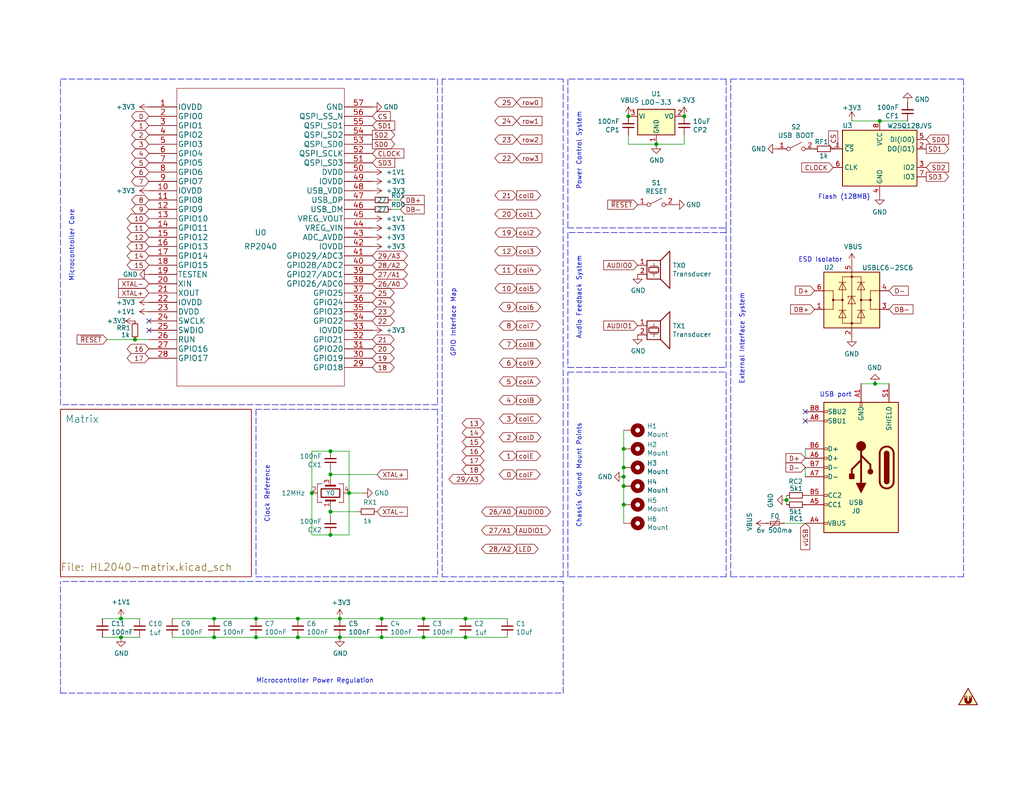
<source format=kicad_sch>
(kicad_sch (version 20211123) (generator eeschema)
  (paper "USLetter")
  (title_block (title "Hard Light") (date "2021-10-26") (rev "2040 Mark 1") (company "Everywhere Defense Industries") (comment 1 "RP2040 main core"))
  (lib_symbols
    (symbol "+3V3_1" (power) (pin_names (offset 0))
      (property "Value" "+3V3_1" (at 0 3.556 0))
      (symbol "+3V3_1_1_1"
        (pin power_in line (at 0 0 90) (length 0) hide (name "+3V3") (number "1"))
      )
    )
    (symbol "Device:C_Small" (pin_numbers hide) (pin_names (offset 0.254) hide)
      (property "Reference" "C" (at 0.254 1.778 0))
      (property "Value" "Device_C_Small" (at 0.254 -2.032 0))
      (symbol "C_Small_1_1"
        (pin passive line (at 0 2.54 270) (length 2.032) (name "~") (number "1"))
        (pin passive line (at 0 -2.54 90) (length 2.032) (name "~") (number "2"))
      )
    )
    (symbol "Device:Crystal_GND24" (pin_names (offset 1.016) hide)
      (property "Reference" "Y" (at 3.175 5.08 0))
      (property "Value" "Crystal_GND24" (at 3.175 3.175 0))
      (symbol "Crystal_GND24_1_1"
        (pin passive line (at -3.81 0 0) (length 1.27) (name "1") (number "1"))
        (pin passive line (at 0 5.08 270) (length 1.27) (name "2") (number "2"))
        (pin passive line (at 3.81 0 180) (length 1.27) (name "3") (number "3"))
        (pin passive line (at 0 -5.08 90) (length 1.27) (name "4") (number "4"))
      )
    )
    (symbol "Device:Polyfuse_Small" (pin_numbers hide) (pin_names (offset 0))
      (property "Reference" "F" (at -1.905 0 90))
      (property "Value" "Device_Polyfuse_Small" (at 1.905 0 90))
      (symbol "Polyfuse_Small_1_1"
        (pin passive line (at 0 2.54 270) (length 0.635) (name "~") (number "1"))
        (pin passive line (at 0 -2.54 90) (length 0.635) (name "~") (number "2"))
      )
    )
    (symbol "Device:R_Small" (pin_numbers hide) (pin_names (offset 0.254) hide)
      (property "Reference" "R" (at 0.762 0.508 0))
      (property "Value" "Device_R_Small" (at 0.762 -1.016 0))
      (symbol "R_Small_1_1"
        (pin passive line (at 0 2.54 270) (length 0.762) (name "~") (number "1"))
        (pin passive line (at 0 -2.54 90) (length 0.762) (name "~") (number "2"))
      )
    )
    (symbol "Device:Speaker_Crystal" (pin_names (offset 0) hide)
      (property "Reference" "LS" (at 0.635 5.715 0))
      (property "Value" "Device_Speaker_Crystal" (at 0.635 3.81 0))
      (symbol "Speaker_Crystal_1_1"
        (pin input line (at -5.08 0 0) (length 2.54) (name "1") (number "1"))
        (pin input line (at -5.08 -2.54 0) (length 2.54) (name "2") (number "2"))
      )
    )
    (symbol "GND_1" (power) (pin_names (offset 0))
      (property "Value" "GND_1" (at 0 -3.81 0))
      (symbol "GND_1_1_1"
        (pin power_in line (at 0 0 270) (length 0) hide (name "GND") (number "1"))
      )
    )
    (symbol "Graphic:SYM_Magnet_Small" (pin_names (offset 1.016) hide))
    (symbol "HL-Mk2-rescue:USB_C_Receptacle_USB2.0-Connector" (pin_names (offset 1.016))
      (property "Reference" "J" (at -10.16 19.05 0))
      (property "Value" "USB_C_Receptacle_USB2.0-Connector" (at 19.05 19.05 0))
      (symbol "USB_C_Receptacle_USB2.0-Connector_1_1"
        (pin power_in line (at 0 -22.86 90) (length 5.08) (name "GND") (number "A1"))
        (pin passive line (at 0 -22.86 90) (length 5.08) hide (name "GND") (number "A12"))
        (pin power_in line (at 15.24 15.24 180) (length 5.08) (name "VBUS") (number "A4"))
        (pin bidirectional line (at 15.24 10.16 180) (length 5.08) (name "CC1") (number "A5"))
        (pin bidirectional line (at 15.24 -2.54 180) (length 5.08) (name "D+") (number "A6"))
        (pin bidirectional line (at 15.24 2.54 180) (length 5.08) (name "D-") (number "A7"))
        (pin bidirectional line (at 15.24 -12.7 180) (length 5.08) (name "SBU1") (number "A8"))
        (pin passive line (at 15.24 15.24 180) (length 5.08) hide (name "VBUS") (number "A9"))
        (pin passive line (at 0 -22.86 90) (length 5.08) hide (name "GND") (number "B1"))
        (pin passive line (at 0 -22.86 90) (length 5.08) hide (name "GND") (number "B12"))
        (pin passive line (at 15.24 15.24 180) (length 5.08) hide (name "VBUS") (number "B4"))
        (pin bidirectional line (at 15.24 7.62 180) (length 5.08) (name "CC2") (number "B5"))
        (pin bidirectional line (at 15.24 -5.08 180) (length 5.08) (name "D+") (number "B6"))
        (pin bidirectional line (at 15.24 0 180) (length 5.08) (name "D-") (number "B7"))
        (pin bidirectional line (at 15.24 -15.24 180) (length 5.08) (name "SBU2") (number "B8"))
        (pin passive line (at 15.24 15.24 180) (length 5.08) hide (name "VBUS") (number "B9"))
        (pin passive line (at -7.62 -22.86 90) (length 5.08) (name "SHIELD") (number "S1"))
      )
    )
    (symbol "Mechanical:MountingHole_Pad" (pin_numbers hide) (pin_names (offset 1.016) hide)
      (property "Reference" "H" (at 0 6.35 0))
      (property "Value" "MountingHole_Pad" (at 0 4.445 0))
      (symbol "MountingHole_Pad_1_1"
        (pin input line (at 0 -2.54 90) (length 2.54) (name "1") (number "1"))
      )
    )
    (symbol "Memory_Flash:W25Q128JVS"
      (property "Reference" "U" (at -8.89 8.89 0))
      (property "Value" "W25Q128JVS" (at 7.62 8.89 0))
      (symbol "W25Q128JVS_1_1"
        (pin input line (at -12.7 2.54 0) (length 2.54) (name "~{CS}") (number "1"))
        (pin bidirectional line (at 12.7 2.54 180) (length 2.54) (name "DO(IO1)") (number "2"))
        (pin bidirectional line (at 12.7 -2.54 180) (length 2.54) (name "IO2") (number "3"))
        (pin power_in line (at 0 -10.16 90) (length 2.54) (name "GND") (number "4"))
        (pin bidirectional line (at 12.7 5.08 180) (length 2.54) (name "DI(IO0)") (number "5"))
        (pin input line (at -12.7 -2.54 0) (length 2.54) (name "CLK") (number "6"))
        (pin bidirectional line (at 12.7 -5.08 180) (length 2.54) (name "IO3") (number "7"))
        (pin power_in line (at 0 10.16 270) (length 2.54) (name "VCC") (number "8"))
      )
    )
    (symbol "Power_Protection:USBLC6-2SC6" (pin_names hide)
      (property "Reference" "U" (at 2.54 8.89 0))
      (property "Value" "USBLC6-2SC6" (at 2.54 -8.89 0))
      (symbol "USBLC6-2SC6_1_1"
        (pin passive line (at -10.16 -2.54 0) (length 2.54) (name "I/O1") (number "1"))
        (pin passive line (at 0 -10.16 90) (length 2.54) (name "GND") (number "2"))
        (pin passive line (at 10.16 -2.54 180) (length 2.54) (name "I/O2") (number "3"))
        (pin passive line (at 10.16 2.54 180) (length 2.54) (name "I/O2") (number "4"))
        (pin passive line (at 0 10.16 270) (length 2.54) (name "VBUS") (number "5"))
        (pin passive line (at -10.16 2.54 0) (length 2.54) (name "I/O1") (number "6"))
      )
    )
    (symbol "RP2040:RP2040" (pin_names (offset 0.254))
      (property "Reference" "U" (at 30.48 10.16 0))
      (property "Value" "RP2040" (at 30.48 7.62 0))
      (symbol "RP2040_1_1"
        (pin power_in line (at 0 0 0) (length 7.62) (name "IOVDD") (number "1"))
        (pin power_in line (at 0 -22.86 0) (length 7.62) (name "IOVDD") (number "10"))
        (pin bidirectional line (at 0 -25.4 0) (length 7.62) (name "GPIO8") (number "11"))
        (pin bidirectional line (at 0 -27.94 0) (length 7.62) (name "GPIO9") (number "12"))
        (pin bidirectional line (at 0 -30.48 0) (length 7.62) (name "GPIO10") (number "13"))
        (pin bidirectional line (at 0 -33.02 0) (length 7.62) (name "GPIO11") (number "14"))
        (pin bidirectional line (at 0 -35.56 0) (length 7.62) (name "GPIO12") (number "15"))
        (pin bidirectional line (at 0 -38.1 0) (length 7.62) (name "GPIO13") (number "16"))
        (pin bidirectional line (at 0 -40.64 0) (length 7.62) (name "GPIO14") (number "17"))
        (pin bidirectional line (at 0 -43.18 0) (length 7.62) (name "GPIO15") (number "18"))
        (pin unspecified line (at 0 -45.72 0) (length 7.62) (name "TESTEN") (number "19"))
        (pin bidirectional line (at 0 -2.54 0) (length 7.62) (name "GPIO0") (number "2"))
        (pin unspecified line (at 0 -48.26 0) (length 7.62) (name "XIN") (number "20"))
        (pin output line (at 0 -50.8 0) (length 7.62) (name "XOUT") (number "21"))
        (pin power_in line (at 0 -53.34 0) (length 7.62) (name "IOVDD") (number "22"))
        (pin power_in line (at 0 -55.88 0) (length 7.62) (name "DVDD") (number "23"))
        (pin unspecified line (at 0 -58.42 0) (length 7.62) (name "SWCLK") (number "24"))
        (pin unspecified line (at 0 -60.96 0) (length 7.62) (name "SWDIO") (number "25"))
        (pin unspecified line (at 0 -63.5 0) (length 7.62) (name "RUN") (number "26"))
        (pin bidirectional line (at 0 -66.04 0) (length 7.62) (name "GPIO16") (number "27"))
        (pin bidirectional line (at 0 -68.58 0) (length 7.62) (name "GPIO17") (number "28"))
        (pin bidirectional line (at 60.96 -71.12 180) (length 7.62) (name "GPIO18") (number "29"))
        (pin bidirectional line (at 0 -5.08 0) (length 7.62) (name "GPIO1") (number "3"))
        (pin bidirectional line (at 60.96 -68.58 180) (length 7.62) (name "GPIO19") (number "30"))
        (pin bidirectional line (at 60.96 -66.04 180) (length 7.62) (name "GPIO20") (number "31"))
        (pin bidirectional line (at 60.96 -63.5 180) (length 7.62) (name "GPIO21") (number "32"))
        (pin power_in line (at 60.96 -60.96 180) (length 7.62) (name "IOVDD") (number "33"))
        (pin bidirectional line (at 60.96 -58.42 180) (length 7.62) (name "GPIO22") (number "34"))
        (pin bidirectional line (at 60.96 -55.88 180) (length 7.62) (name "GPIO23") (number "35"))
        (pin bidirectional line (at 60.96 -53.34 180) (length 7.62) (name "GPIO24") (number "36"))
        (pin bidirectional line (at 60.96 -50.8 180) (length 7.62) (name "GPIO25") (number "37"))
        (pin bidirectional line (at 60.96 -48.26 180) (length 7.62) (name "GPIO26/ADC0") (number "38"))
        (pin bidirectional line (at 60.96 -45.72 180) (length 7.62) (name "GPIO27/ADC1") (number "39"))
        (pin bidirectional line (at 0 -7.62 0) (length 7.62) (name "GPIO2") (number "4"))
        (pin bidirectional line (at 60.96 -43.18 180) (length 7.62) (name "GPIO28/ADC2") (number "40"))
        (pin bidirectional line (at 60.96 -40.64 180) (length 7.62) (name "GPIO29/ADC3") (number "41"))
        (pin power_in line (at 60.96 -38.1 180) (length 7.62) (name "IOVDD") (number "42"))
        (pin power_in line (at 60.96 -35.56 180) (length 7.62) (name "ADC_AVDD") (number "43"))
        (pin unspecified line (at 60.96 -33.02 180) (length 7.62) (name "VREG_VIN") (number "44"))
        (pin output line (at 60.96 -30.48 180) (length 7.62) (name "VREG_VOUT") (number "45"))
        (pin unspecified line (at 60.96 -27.94 180) (length 7.62) (name "USB_DM") (number "46"))
        (pin unspecified line (at 60.96 -25.4 180) (length 7.62) (name "USB_DP") (number "47"))
        (pin power_in line (at 60.96 -22.86 180) (length 7.62) (name "USB_VDD") (number "48"))
        (pin power_in line (at 60.96 -20.32 180) (length 7.62) (name "IOVDD") (number "49"))
        (pin bidirectional line (at 0 -10.16 0) (length 7.62) (name "GPIO3") (number "5"))
        (pin power_in line (at 60.96 -17.78 180) (length 7.62) (name "DVDD") (number "50"))
        (pin bidirectional line (at 60.96 -15.24 180) (length 7.62) (name "QSPI_SD3") (number "51"))
        (pin unspecified line (at 60.96 -12.7 180) (length 7.62) (name "QSPI_SCLK") (number "52"))
        (pin bidirectional line (at 60.96 -10.16 180) (length 7.62) (name "QSPI_SD0") (number "53"))
        (pin bidirectional line (at 60.96 -7.62 180) (length 7.62) (name "QSPI_SD2") (number "54"))
        (pin bidirectional line (at 60.96 -5.08 180) (length 7.62) (name "QSPI_SD1") (number "55"))
        (pin unspecified line (at 60.96 -2.54 180) (length 7.62) (name "QSPI_SS_N") (number "56"))
        (pin power_in line (at 60.96 0 180) (length 7.62) (name "GND") (number "57"))
        (pin bidirectional line (at 0 -12.7 0) (length 7.62) (name "GPIO4") (number "6"))
        (pin bidirectional line (at 0 -15.24 0) (length 7.62) (name "GPIO5") (number "7"))
        (pin bidirectional line (at 0 -17.78 0) (length 7.62) (name "GPIO6") (number "8"))
        (pin bidirectional line (at 0 -20.32 0) (length 7.62) (name "GPIO7") (number "9"))
      )
    )
    (symbol "Regulator_Linear:LD1117S33TR_SOT223" (pin_names (offset 0.254))
      (property "Reference" "U" (at -3.81 3.175 0))
      (property "Value" "Regulator_Linear_LD1117S33TR_SOT223" (at 0 3.175 0))
      (symbol "LD1117S33TR_SOT223_1_1"
        (pin power_in line (at 0 -7.62 90) (length 2.54) (name "GND") (number "1"))
        (pin power_out line (at 7.62 0 180) (length 2.54) (name "VO") (number "2"))
        (pin power_in line (at -7.62 0 0) (length 2.54) (name "VI") (number "3"))
      )
    )
    (symbol "Switch:SW_SPST" (pin_names (offset 0) hide)
      (property "Reference" "SW" (at 0 3.175 0))
      (property "Value" "Switch_SW_SPST" (at 0 -2.54 0))
      (symbol "SW_SPST_1_1"
        (pin passive line (at -5.08 0 0) (length 2.54) (name "A") (number "1"))
        (pin passive line (at 5.08 0 180) (length 2.54) (name "B") (number "2"))
      )
    )
    (symbol "power:+1V1" (power) (pin_names (offset 0))
      (property "Value" "+1V1" (at 0 3.556 0))
      (symbol "+1V1_1_1"
        (pin power_in line (at 0 0 90) (length 0) hide (name "+1V1") (number "1"))
      )
    )
    (symbol "power:+3V3" (power) (pin_names (offset 0))
      (property "Value" "power_+3V3" (at 0 3.556 0))
      (symbol "+3V3_1_1"
        (pin power_in line (at 0 0 90) (length 0) hide (name "+3V3") (number "1"))
      )
    )
    (symbol "power:GND" (power) (pin_names (offset 0))
      (property "Value" "power_GND" (at 0 -3.81 0))
      (symbol "GND_1_1"
        (pin power_in line (at 0 0 270) (length 0) hide (name "GND") (number "1"))
      )
    )
    (symbol "power:VBUS" (power) (pin_names (offset 0))
      (property "Value" "power_VBUS" (at 0 3.81 0))
      (symbol "VBUS_1_1"
        (pin power_in line (at 0 0 90) (length 0) hide (name "VBUS") (number "1"))
      )
    )
  )
  (junction (at 170.18 137.795))
  (junction (at 179.07 39.37))
  (junction (at 115.57 173.99))
  (junction (at 81.28 168.91))
  (junction (at 170.18 127.635))
  (junction (at 90.17 139.7))
  (junction (at 238.76 104.775))
  (junction (at 171.45 31.75))
  (junction (at 33.02 173.99))
  (junction (at 85.09 134.62))
  (junction (at 90.17 129.54))
  (junction (at 170.18 130.175))
  (junction (at 170.18 122.555))
  (junction (at 95.25 134.62))
  (junction (at 33.02 168.91))
  (junction (at 92.71 173.99))
  (junction (at 58.42 173.99))
  (junction (at 186.69 31.75))
  (junction (at 104.14 173.99))
  (junction (at 69.85 168.91))
  (junction (at 36.83 92.71))
  (junction (at 214.63 136.525))
  (junction (at 58.42 168.91))
  (junction (at 69.85 173.99))
  (junction (at 127 168.91))
  (junction (at 81.28 173.99))
  (junction (at 104.14 168.91))
  (junction (at 170.18 132.715))
  (junction (at 90.17 123.19))
  (junction (at 115.57 168.91))
  (junction (at 90.17 146.05))
  (junction (at 240.03 33.02))
  (junction (at 127 173.99))
  (junction (at 92.71 168.91))
  (no_connect (at 40.64 87.63))
  (no_connect (at 40.64 90.17))
  (no_connect (at 219.71 112.395))
  (no_connect (at 219.71 114.935))
  (wire (pts (xy 69.85 168.91) (xy 58.42 168.91)))
  (wire (pts (xy 170.18 137.795) (xy 170.18 142.875)))
  (wire (pts (xy 85.09 123.19) (xy 90.17 123.19)))
  (wire (pts (xy 170.18 127.635) (xy 170.18 130.175)))
  (wire (pts (xy 90.17 129.54) (xy 90.17 130.81)))
  (wire (pts (xy 232.41 33.02) (xy 240.03 33.02)))
  (polyline (pts (xy 69.85 111.76) (xy 69.85 157.48)))
  (polyline (pts (xy 154.94 100.33) (xy 198.12 100.33)))
  (wire (pts (xy 95.25 134.62) (xy 99.06 134.62)))
  (wire (pts (xy 170.18 117.475) (xy 170.18 122.555)))
  (wire (pts (xy 90.17 123.19) (xy 95.25 123.19)))
  (polyline (pts (xy 154.94 62.23) (xy 198.12 62.23)))
  (polyline (pts (xy 199.39 21.59) (xy 262.89 21.59)))
  (wire (pts (xy 219.71 122.555) (xy 219.71 125.095)))
  (wire (pts (xy 109.22 54.61) (xy 106.68 54.61)))
  (polyline (pts (xy 119.38 110.49) (xy 16.51 110.49)))
  (polyline (pts (xy 198.12 101.6) (xy 198.12 157.48)))
  (wire (pts (xy 81.28 168.91) (xy 69.85 168.91)))
  (polyline (pts (xy 16.51 21.59) (xy 119.38 21.59)))
  (wire (pts (xy 92.71 168.91) (xy 81.28 168.91)))
  (wire (pts (xy 85.09 134.62) (xy 85.09 123.19)))
  (polyline (pts (xy 120.65 157.48) (xy 153.67 157.48)))
  (polyline (pts (xy 120.65 21.59) (xy 120.65 157.48)))
  (polyline (pts (xy 262.89 157.48) (xy 199.39 157.48)))
  (wire (pts (xy 170.18 130.175) (xy 170.18 132.715)))
  (polyline (pts (xy 198.12 21.59) (xy 198.12 62.23)))
  (wire (pts (xy 138.43 173.99) (xy 127 173.99)))
  (wire (pts (xy 95.25 123.19) (xy 95.25 134.62)))
  (wire (pts (xy 214.63 136.525) (xy 214.63 137.795)))
  (polyline (pts (xy 154.94 101.6) (xy 198.12 101.6)))
  (wire (pts (xy 33.02 168.91) (xy 27.94 168.91)))
  (wire (pts (xy 186.69 39.37) (xy 186.69 36.83)))
  (wire (pts (xy 127 173.99) (xy 115.57 173.99)))
  (wire (pts (xy 104.14 168.91) (xy 92.71 168.91)))
  (polyline (pts (xy 154.94 21.59) (xy 154.94 62.23)))
  (wire (pts (xy 214.63 135.255) (xy 214.63 136.525)))
  (wire (pts (xy 90.17 129.54) (xy 102.87 129.54)))
  (polyline (pts (xy 16.51 189.23) (xy 16.51 158.75)))
  (wire (pts (xy 38.1 173.99) (xy 33.02 173.99)))
  (wire (pts (xy 127 168.91) (xy 115.57 168.91)))
  (polyline (pts (xy 153.67 21.59) (xy 120.65 21.59)))
  (polyline (pts (xy 154.94 157.48) (xy 154.94 101.6)))
  (wire (pts (xy 109.22 57.15) (xy 106.68 57.15)))
  (polyline (pts (xy 69.85 157.48) (xy 119.38 157.48)))
  (wire (pts (xy 240.03 33.02) (xy 247.65 33.02)))
  (wire (pts (xy 90.17 146.05) (xy 85.09 146.05)))
  (polyline (pts (xy 153.67 189.23) (xy 153.67 158.75)))
  (wire (pts (xy 138.43 168.91) (xy 127 168.91)))
  (wire (pts (xy 38.1 168.91) (xy 33.02 168.91)))
  (polyline (pts (xy 198.12 63.5) (xy 154.94 63.5)))
  (wire (pts (xy 29.21 92.71) (xy 36.83 92.71)))
  (polyline (pts (xy 153.67 157.48) (xy 153.67 21.59)))
  (wire (pts (xy 170.18 122.555) (xy 170.18 127.635)))
  (wire (pts (xy 104.14 173.99) (xy 92.71 173.99)))
  (wire (pts (xy 171.45 36.83) (xy 171.45 39.37)))
  (polyline (pts (xy 198.12 100.33) (xy 198.12 62.23)))
  (wire (pts (xy 36.83 92.71) (xy 40.64 92.71)))
  (wire (pts (xy 58.42 168.91) (xy 46.99 168.91)))
  (wire (pts (xy 219.71 127.635) (xy 219.71 130.175)))
  (wire (pts (xy 85.09 146.05) (xy 85.09 134.62)))
  (wire (pts (xy 179.07 39.37) (xy 186.69 39.37)))
  (wire (pts (xy 115.57 168.91) (xy 104.14 168.91)))
  (wire (pts (xy 213.995 142.875) (xy 219.71 142.875)))
  (polyline (pts (xy 119.38 111.76) (xy 119.38 157.48)))
  (wire (pts (xy 69.85 173.99) (xy 58.42 173.99)))
  (wire (pts (xy 170.18 132.715) (xy 170.18 137.795)))
  (wire (pts (xy 115.57 173.99) (xy 104.14 173.99)))
  (polyline (pts (xy 198.12 157.48) (xy 154.94 157.48)))
  (wire (pts (xy 33.02 173.99) (xy 27.94 173.99)))
  (polyline (pts (xy 16.51 110.49) (xy 16.51 21.59)))
  (wire (pts (xy 171.45 39.37) (xy 179.07 39.37)))
  (wire (pts (xy 90.17 139.7) (xy 90.17 138.43)))
  (polyline (pts (xy 119.38 21.59) (xy 119.38 110.49)))
  (wire (pts (xy 238.76 104.775) (xy 234.95 104.775)))
  (polyline (pts (xy 262.89 21.59) (xy 262.89 157.48)))
  (polyline (pts (xy 154.94 63.5) (xy 154.94 100.33)))
  (polyline (pts (xy 198.12 21.59) (xy 154.94 21.59)))
  (wire (pts (xy 90.17 146.05) (xy 95.25 146.05)))
  (wire (pts (xy 58.42 173.99) (xy 46.99 173.99)))
  (wire (pts (xy 92.71 173.99) (xy 81.28 173.99)))
  (wire (pts (xy 90.17 128.27) (xy 90.17 129.54)))
  (wire (pts (xy 90.17 139.7) (xy 97.79 139.7)))
  (polyline (pts (xy 199.39 157.48) (xy 199.39 21.59)))
  (wire (pts (xy 95.25 146.05) (xy 95.25 134.62)))
  (wire (pts (xy 81.28 173.99) (xy 69.85 173.99)))
  (wire (pts (xy 90.17 140.97) (xy 90.17 139.7)))
  (wire (pts (xy 242.57 104.775) (xy 238.76 104.775)))
  (polyline (pts (xy 119.38 111.76) (xy 69.85 111.76)))
  (polyline (pts (xy 153.67 158.75) (xy 16.51 158.75)))
  (polyline (pts (xy 16.51 189.23) (xy 153.67 189.23)))
  (text "ESD Isolator" (at 229.87 71.755 180) (effects (font (size 1.27 1.27)) (justify right bottom)))
  (text "USB port" (at 232.41 108.585 180) (effects (font (size 1.27 1.27)) (justify right bottom)))
  (text "Audio Feedback System" (at 158.75 69.85 270) (effects (font (size 1.27 1.27)) (justify right bottom)))
  (text "Flash (128MB)" (at 237.49 54.61 180) (effects (font (size 1.27 1.27)) (justify right bottom)))
  (text "Microcontroller Core" (at 20.32 57.15 270) (effects (font (size 1.27 1.27)) (justify right bottom)))
  (text "Chassis Ground Mount Points" (at 158.75 115.57 270) (effects (font (size 1.27 1.27)) (justify right bottom)))
  (text "Microcontroller Power Regulation" (at 69.85 186.69 0) (effects (font (size 1.27 1.27)) (justify left bottom)))
  (text "Power Control System" (at 158.75 30.48 270) (effects (font (size 1.27 1.27)) (justify right bottom)))
  (text "External Interface System" (at 203.2 80.01 270) (effects (font (size 1.27 1.27)) (justify right bottom)))
  (text "Clock Reference" (at 73.66 127 270) (effects (font (size 1.27 1.27)) (justify right bottom)))
  (text "GPIO Interface Map" (at 124.46 78.74 270) (effects (font (size 1.27 1.27)) (justify right bottom)))
  (global_label "vUSB" (shape input) (at 219.71 142.875 270) (property "Intersheet References" "${INTERSHEET_REFS}" (effects hide)))
  (global_label "XTAL-" (shape input) (at 102.87 139.7 0) (property "Intersheet References" "${INTERSHEET_REFS}" (effects hide)))
  (global_label "CS" (shape input) (at 101.6 31.75 0) (property "Intersheet References" "${INTERSHEET_REFS}" (effects hide)))
  (global_label "~{RESET}" (shape input) (at 173.99 55.88 180) (property "Intersheet References" "${INTERSHEET_REFS}" (effects hide)))
  (global_label "AUDIO0" (shape input) (at 173.99 72.39 180) (property "Intersheet References" "${INTERSHEET_REFS}" (effects hide)))
  (global_label "2" (shape bidirectional) (at 140.97 119.38 180) (property "Intersheet References" "${INTERSHEET_REFS}" (effects hide)))
  (global_label "col8" (shape output) (at 140.97 93.98 0) (property "Intersheet References" "${INTERSHEET_REFS}" (effects hide)))
  (global_label "19" (shape bidirectional) (at 101.6 97.79 0) (property "Intersheet References" "${INTERSHEET_REFS}" (effects hide)))
  (global_label "25" (shape bidirectional) (at 140.97 27.94 180) (property "Intersheet References" "${INTERSHEET_REFS}" (effects hide)))
  (global_label "col1" (shape output) (at 140.97 58.42 0) (property "Intersheet References" "${INTERSHEET_REFS}" (effects hide)))
  (global_label "SD1" (shape output) (at 252.73 40.64 0) (property "Intersheet References" "${INTERSHEET_REFS}" (effects hide)))
  (global_label "col0" (shape output) (at 140.97 53.34 0) (property "Intersheet References" "${INTERSHEET_REFS}" (effects hide)))
  (global_label "LED" (shape output) (at 140.97 149.86 0) (property "Intersheet References" "${INTERSHEET_REFS}" (effects hide)))
  (global_label "16" (shape bidirectional) (at 132.08 123.19 180) (property "Intersheet References" "${INTERSHEET_REFS}" (effects hide)))
  (global_label "DB-" (shape input) (at 109.22 57.15 0) (property "Intersheet References" "${INTERSHEET_REFS}" (effects hide)))
  (global_label "7" (shape bidirectional) (at 140.97 93.98 180) (property "Intersheet References" "${INTERSHEET_REFS}" (effects hide)))
  (global_label "colF" (shape output) (at 140.97 129.54 0) (property "Intersheet References" "${INTERSHEET_REFS}" (effects hide)))
  (global_label "1" (shape bidirectional) (at 140.97 124.46 180) (property "Intersheet References" "${INTERSHEET_REFS}" (effects hide)))
  (global_label "D+" (shape input) (at 222.25 79.375 180) (property "Intersheet References" "${INTERSHEET_REFS}" (effects hide)))
  (global_label "26{slash}A0" (shape bidirectional) (at 140.97 139.7 180) (property "Intersheet References" "${INTERSHEET_REFS}" (effects hide)))
  (global_label "col6" (shape output) (at 140.97 83.82 0) (property "Intersheet References" "${INTERSHEET_REFS}" (effects hide)))
  (global_label "colB" (shape output) (at 140.97 109.22 0) (property "Intersheet References" "${INTERSHEET_REFS}" (effects hide)))
  (global_label "0" (shape bidirectional) (at 40.64 31.75 180) (property "Intersheet References" "${INTERSHEET_REFS}" (effects hide)))
  (global_label "D-" (shape input) (at 219.71 127.635 180) (property "Intersheet References" "${INTERSHEET_REFS}" (effects hide)))
  (global_label "11" (shape bidirectional) (at 40.64 62.23 180) (property "Intersheet References" "${INTERSHEET_REFS}" (effects hide)))
  (global_label "CS" (shape input) (at 227.33 40.64 90) (property "Intersheet References" "${INTERSHEET_REFS}" (effects hide)))
  (global_label "24" (shape bidirectional) (at 101.6 82.55 0) (property "Intersheet References" "${INTERSHEET_REFS}" (effects hide)))
  (global_label "CLOCK" (shape input) (at 101.6 41.91 0) (property "Intersheet References" "${INTERSHEET_REFS}" (effects hide)))
  (global_label "5" (shape bidirectional) (at 140.97 104.14 180) (property "Intersheet References" "${INTERSHEET_REFS}" (effects hide)))
  (global_label "25" (shape bidirectional) (at 101.6 80.01 0) (property "Intersheet References" "${INTERSHEET_REFS}" (effects hide)))
  (global_label "AUDIO1" (shape input) (at 173.99 88.9 180) (property "Intersheet References" "${INTERSHEET_REFS}" (effects hide)))
  (global_label "SD3" (shape output) (at 252.73 48.26 0) (property "Intersheet References" "${INTERSHEET_REFS}" (effects hide)))
  (global_label "20" (shape bidirectional) (at 140.97 58.42 180) (property "Intersheet References" "${INTERSHEET_REFS}" (effects hide)))
  (global_label "SD3" (shape input) (at 101.6 44.45 0) (property "Intersheet References" "${INTERSHEET_REFS}" (effects hide)))
  (global_label "3" (shape bidirectional) (at 40.64 39.37 180) (property "Intersheet References" "${INTERSHEET_REFS}" (effects hide)))
  (global_label "~{RESET}" (shape input) (at 29.21 92.71 180) (property "Intersheet References" "${INTERSHEET_REFS}" (effects hide)))
  (global_label "9" (shape bidirectional) (at 140.97 83.82 180) (property "Intersheet References" "${INTERSHEET_REFS}" (effects hide)))
  (global_label "12" (shape bidirectional) (at 140.97 68.58 180) (property "Intersheet References" "${INTERSHEET_REFS}" (effects hide)))
  (global_label "27{slash}A1" (shape bidirectional) (at 101.6 74.93 0) (property "Intersheet References" "${INTERSHEET_REFS}" (effects hide)))
  (global_label "CLOCK" (shape input) (at 227.33 45.72 180) (property "Intersheet References" "${INTERSHEET_REFS}" (effects hide)))
  (global_label "24" (shape bidirectional) (at 140.97 33.02 180) (property "Intersheet References" "${INTERSHEET_REFS}" (effects hide)))
  (global_label "DB+" (shape input) (at 222.25 84.455 180) (property "Intersheet References" "${INTERSHEET_REFS}" (effects hide)))
  (global_label "13" (shape bidirectional) (at 40.64 67.31 180) (property "Intersheet References" "${INTERSHEET_REFS}" (effects hide)))
  (global_label "SD1" (shape input) (at 101.6 34.29 0) (property "Intersheet References" "${INTERSHEET_REFS}" (effects hide)))
  (global_label "colD" (shape output) (at 140.97 119.38 0) (property "Intersheet References" "${INTERSHEET_REFS}" (effects hide)))
  (global_label "21" (shape bidirectional) (at 101.6 92.71 0) (property "Intersheet References" "${INTERSHEET_REFS}" (effects hide)))
  (global_label "XTAL-" (shape input) (at 40.64 77.47 180) (property "Intersheet References" "${INTERSHEET_REFS}" (effects hide)))
  (global_label "7" (shape bidirectional) (at 40.64 49.53 180) (property "Intersheet References" "${INTERSHEET_REFS}" (effects hide)))
  (global_label "28{slash}A2" (shape bidirectional) (at 140.97 149.86 180) (property "Intersheet References" "${INTERSHEET_REFS}" (effects hide)))
  (global_label "col2" (shape output) (at 140.97 63.5 0) (property "Intersheet References" "${INTERSHEET_REFS}" (effects hide)))
  (global_label "18" (shape bidirectional) (at 132.08 128.27 180) (property "Intersheet References" "${INTERSHEET_REFS}" (effects hide)))
  (global_label "2" (shape bidirectional) (at 40.64 36.83 180) (property "Intersheet References" "${INTERSHEET_REFS}" (effects hide)))
  (global_label "15" (shape bidirectional) (at 132.08 120.65 180) (property "Intersheet References" "${INTERSHEET_REFS}" (effects hide)))
  (global_label "14" (shape bidirectional) (at 40.64 69.85 180) (property "Intersheet References" "${INTERSHEET_REFS}" (effects hide)))
  (global_label "15" (shape bidirectional) (at 40.64 72.39 180) (property "Intersheet References" "${INTERSHEET_REFS}" (effects hide)))
  (global_label "SD0" (shape input) (at 252.73 38.1 0) (property "Intersheet References" "${INTERSHEET_REFS}" (effects hide)))
  (global_label "D-" (shape input) (at 242.57 79.375 0) (property "Intersheet References" "${INTERSHEET_REFS}" (effects hide)))
  (global_label "XTAL+" (shape input) (at 102.87 129.54 0) (property "Intersheet References" "${INTERSHEET_REFS}" (effects hide)))
  (global_label "8" (shape bidirectional) (at 140.97 88.9 180) (property "Intersheet References" "${INTERSHEET_REFS}" (effects hide)))
  (global_label "SD0" (shape output) (at 101.6 39.37 0) (property "Intersheet References" "${INTERSHEET_REFS}" (effects hide)))
  (global_label "0" (shape bidirectional) (at 140.97 129.54 180) (property "Intersheet References" "${INTERSHEET_REFS}" (effects hide)))
  (global_label "28{slash}A2" (shape bidirectional) (at 101.6 72.39 0) (property "Intersheet References" "${INTERSHEET_REFS}" (effects hide)))
  (global_label "AUDIO1" (shape output) (at 140.97 144.78 0) (property "Intersheet References" "${INTERSHEET_REFS}" (effects hide)))
  (global_label "26{slash}A0" (shape bidirectional) (at 101.6 77.47 0) (property "Intersheet References" "${INTERSHEET_REFS}" (effects hide)))
  (global_label "22" (shape bidirectional) (at 140.97 43.18 180) (property "Intersheet References" "${INTERSHEET_REFS}" (effects hide)))
  (global_label "DB+" (shape input) (at 109.22 54.61 0) (property "Intersheet References" "${INTERSHEET_REFS}" (effects hide)))
  (global_label "8" (shape bidirectional) (at 40.64 54.61 180) (property "Intersheet References" "${INTERSHEET_REFS}" (effects hide)))
  (global_label "9" (shape bidirectional) (at 40.64 57.15 180) (property "Intersheet References" "${INTERSHEET_REFS}" (effects hide)))
  (global_label "col9" (shape output) (at 140.97 99.06 0) (property "Intersheet References" "${INTERSHEET_REFS}" (effects hide)))
  (global_label "16" (shape bidirectional) (at 40.64 95.25 180) (property "Intersheet References" "${INTERSHEET_REFS}" (effects hide)))
  (global_label "col3" (shape output) (at 140.97 68.58 0) (property "Intersheet References" "${INTERSHEET_REFS}" (effects hide)))
  (global_label "row2" (shape input) (at 140.97 38.1 0) (property "Intersheet References" "${INTERSHEET_REFS}" (effects hide)))
  (global_label "23" (shape bidirectional) (at 101.6 85.09 0) (property "Intersheet References" "${INTERSHEET_REFS}" (effects hide)))
  (global_label "17" (shape bidirectional) (at 40.64 97.79 180) (property "Intersheet References" "${INTERSHEET_REFS}" (effects hide)))
  (global_label "AUDIO0" (shape output) (at 140.97 139.7 0) (property "Intersheet References" "${INTERSHEET_REFS}" (effects hide)))
  (global_label "29{slash}A3" (shape bidirectional) (at 132.08 130.81 180) (property "Intersheet References" "${INTERSHEET_REFS}" (effects hide)))
  (global_label "12" (shape bidirectional) (at 40.64 64.77 180) (property "Intersheet References" "${INTERSHEET_REFS}" (effects hide)))
  (global_label "colA" (shape output) (at 140.97 104.14 0) (property "Intersheet References" "${INTERSHEET_REFS}" (effects hide)))
  (global_label "10" (shape bidirectional) (at 140.97 78.74 180) (property "Intersheet References" "${INTERSHEET_REFS}" (effects hide)))
  (global_label "colE" (shape output) (at 140.97 124.46 0) (property "Intersheet References" "${INTERSHEET_REFS}" (effects hide)))
  (global_label "6" (shape bidirectional) (at 40.64 46.99 180) (property "Intersheet References" "${INTERSHEET_REFS}" (effects hide)))
  (global_label "29{slash}A3" (shape bidirectional) (at 101.6 69.85 0) (property "Intersheet References" "${INTERSHEET_REFS}" (effects hide)))
  (global_label "row1" (shape input) (at 140.97 33.02 0) (property "Intersheet References" "${INTERSHEET_REFS}" (effects hide)))
  (global_label "col4" (shape output) (at 140.97 73.66 0) (property "Intersheet References" "${INTERSHEET_REFS}" (effects hide)))
  (global_label "4" (shape bidirectional) (at 40.64 41.91 180) (property "Intersheet References" "${INTERSHEET_REFS}" (effects hide)))
  (global_label "D+" (shape input) (at 219.71 125.095 180) (property "Intersheet References" "${INTERSHEET_REFS}" (effects hide)))
  (global_label "SD2" (shape input) (at 252.73 45.72 0) (property "Intersheet References" "${INTERSHEET_REFS}" (effects hide)))
  (global_label "row3" (shape input) (at 140.97 43.18 0) (property "Intersheet References" "${INTERSHEET_REFS}" (effects hide)))
  (global_label "23" (shape bidirectional) (at 140.97 38.1 180) (property "Intersheet References" "${INTERSHEET_REFS}" (effects hide)))
  (global_label "SD2" (shape output) (at 101.6 36.83 0) (property "Intersheet References" "${INTERSHEET_REFS}" (effects hide)))
  (global_label "13" (shape bidirectional) (at 132.08 115.57 180) (property "Intersheet References" "${INTERSHEET_REFS}" (effects hide)))
  (global_label "27{slash}A1" (shape bidirectional) (at 140.97 144.78 180) (property "Intersheet References" "${INTERSHEET_REFS}" (effects hide)))
  (global_label "4" (shape bidirectional) (at 140.97 109.22 180) (property "Intersheet References" "${INTERSHEET_REFS}" (effects hide)))
  (global_label "6" (shape bidirectional) (at 140.97 99.06 180) (property "Intersheet References" "${INTERSHEET_REFS}" (effects hide)))
  (global_label "11" (shape bidirectional) (at 140.97 73.66 180) (property "Intersheet References" "${INTERSHEET_REFS}" (effects hide)))
  (global_label "17" (shape bidirectional) (at 132.08 125.73 180) (property "Intersheet References" "${INTERSHEET_REFS}" (effects hide)))
  (global_label "5" (shape bidirectional) (at 40.64 44.45 180) (property "Intersheet References" "${INTERSHEET_REFS}" (effects hide)))
  (global_label "XTAL+" (shape input) (at 40.64 80.01 180) (property "Intersheet References" "${INTERSHEET_REFS}" (effects hide)))
  (global_label "3" (shape bidirectional) (at 140.97 114.3 180) (property "Intersheet References" "${INTERSHEET_REFS}" (effects hide)))
  (global_label "21" (shape bidirectional) (at 140.97 53.34 180) (property "Intersheet References" "${INTERSHEET_REFS}" (effects hide)))
  (global_label "col7" (shape output) (at 140.97 88.9 0) (property "Intersheet References" "${INTERSHEET_REFS}" (effects hide)))
  (global_label "col5" (shape output) (at 140.97 78.74 0) (property "Intersheet References" "${INTERSHEET_REFS}" (effects hide)))
  (global_label "colC" (shape output) (at 140.97 114.3 0) (property "Intersheet References" "${INTERSHEET_REFS}" (effects hide)))
  (global_label "19" (shape bidirectional) (at 140.97 63.5 180) (property "Intersheet References" "${INTERSHEET_REFS}" (effects hide)))
  (global_label "18" (shape bidirectional) (at 101.6 100.33 0) (property "Intersheet References" "${INTERSHEET_REFS}" (effects hide)))
  (global_label "20" (shape bidirectional) (at 101.6 95.25 0) (property "Intersheet References" "${INTERSHEET_REFS}" (effects hide)))
  (global_label "10" (shape bidirectional) (at 40.64 59.69 180) (property "Intersheet References" "${INTERSHEET_REFS}" (effects hide)))
  (global_label "1" (shape bidirectional) (at 40.64 34.29 180) (property "Intersheet References" "${INTERSHEET_REFS}" (effects hide)))
  (global_label "14" (shape bidirectional) (at 132.08 118.11 180) (property "Intersheet References" "${INTERSHEET_REFS}" (effects hide)))
  (global_label "22" (shape bidirectional) (at 101.6 87.63 0) (property "Intersheet References" "${INTERSHEET_REFS}" (effects hide)))
  (global_label "DB-" (shape input) (at 242.57 84.455 0) (property "Intersheet References" "${INTERSHEET_REFS}" (effects hide)))
  (global_label "row0" (shape input) (at 140.97 27.94 0) (property "Intersheet References" "${INTERSHEET_REFS}" (effects hide)))
  (symbol (lib_id "power:GND") (at 40.64 74.93 270) (unit 1)
    (property "Reference" "#PWR0102" (effects hide))
    (property "Value" "GND" (at 35.56 74.93 90))
  )
  (symbol (lib_id "Device:C_Small") (at 138.43 171.45 0) (unit 1)
    (property "Reference" "C1" (at 140.7668 170.2816 0) (effects (justify left)))
    (property "Value" "10uf" (at 140.7668 172.593 0) (effects (justify left)))
    (property "Footprint" "EDI:Passive_0402_1005Metric" (effects hide))
    (property "LCSC" "C23733" (effects hide))
  )
  (symbol (lib_id "Device:C_Small") (at 127 171.45 0) (unit 1)
    (property "Reference" "C2" (at 129.3368 170.2816 0) (effects (justify left)))
    (property "Value" "1uf" (at 129.54 172.72 0) (effects (justify left)))
    (property "Footprint" "EDI:Passive_0402_1005Metric" (effects hide))
    (property "LCSC" "C52923" (effects hide))
  )
  (symbol (lib_id "Device:C_Small") (at 115.57 171.45 0) (unit 1)
    (property "Reference" "C3" (at 117.9068 170.2816 0) (effects (justify left)))
    (property "Value" "100nF" (at 117.9068 172.593 0) (effects (justify left)))
    (property "Footprint" "EDI:Passive_0402_1005Metric" (effects hide))
    (property "LCSC" "C1525" (effects hide))
  )
  (symbol (lib_id "Device:C_Small") (at 104.14 171.45 0) (unit 1)
    (property "Reference" "C4" (at 106.4768 170.2816 0) (effects (justify left)))
    (property "Value" "100nF" (at 106.4768 172.593 0) (effects (justify left)))
    (property "Footprint" "EDI:Passive_0402_1005Metric" (effects hide))
    (property "LCSC" "C1525" (effects hide))
  )
  (symbol (lib_id "power:GND") (at 92.71 173.99 0) (unit 1)
    (property "Reference" "#PWR0104" (effects hide))
    (property "Value" "GND" (at 92.837 178.3842 0))
  )
  (symbol (lib_id "Regulator_Linear:LD1117S33TR_SOT223") (at 179.07 31.75 0) (unit 1)
    (property "Reference" "U1" (at 179.07 25.6032 0))
    (property "Value" "LDO-3.3" (at 179.07 27.9146 0))
    (property "Footprint" "Package_TO_SOT_SMD:SOT-23" (effects hide))
    (property "Datasheet" "http://www.st.com/st-web-ui/static/active/en/resource/technical/document/datasheet/CD00000544.pdf" (effects hide))
    (property "LCSC" "C83932" (effects hide))
  )
  (symbol (lib_id "Device:C_Small") (at 171.45 34.29 180) (unit 1)
    (property "Reference" "CP1" (at 169.1132 35.4584 0) (effects (justify left)))
    (property "Value" "100nF" (at 169.1132 33.147 0) (effects (justify left)))
    (property "Footprint" "EDI:Passive_0402_1005Metric" (effects hide))
    (property "LCSC" "C1525" (effects hide))
  )
  (symbol (lib_id "Device:C_Small") (at 186.69 34.29 0) (mirror x) (unit 1)
    (property "Reference" "CP2" (at 189.0268 35.4584 0) (effects (justify left)))
    (property "Value" "10uF" (at 189.0268 33.147 0) (effects (justify left)))
    (property "Footprint" "EDI:Passive_0402_1005Metric" (effects hide))
    (property "LCSC" "C15525" (effects hide))
  )
  (symbol (lib_id "power:GND") (at 179.07 39.37 0) (unit 1)
    (property "Reference" "#PWR0105" (effects hide))
    (property "Value" "GND" (at 179.197 43.7642 0))
  )
  (symbol (lib_id "power:+3V3") (at 186.69 31.75 0) (unit 1)
    (property "Reference" "#PWR0106" (effects hide))
    (property "Value" "+3V3" (at 187.071 27.3558 0))
  )
  (symbol (lib_id "power:VBUS") (at 171.45 31.75 0) (unit 1)
    (property "Reference" "#PWR0107" (effects hide))
    (property "Value" "VBUS" (at 171.831 27.3558 0))
  )
  (symbol (lib_id "HL-Mk2-rescue:USB_C_Receptacle_USB2.0-Connector") (at 234.95 127.635 180) (unit 1)
    (property "Reference" "J0" (at 233.553 139.4968 0))
    (property "Value" "USB" (at 233.553 137.1854 0))
    (property "Footprint" "Connector_USB:USB_C_Receptacle_HRO_TYPE-C-31-M-12" (effects hide))
    (property "LCSC" "C167321" (effects hide))
  )
  (symbol (lib_id "power:GND") (at 238.76 104.775 180) (unit 1)
    (property "Reference" "#PWR0108" (effects hide))
    (property "Value" "GND" (at 238.633 100.3808 0))
  )
  (symbol (lib_id "power:VBUS") (at 208.915 142.875 90) (unit 1)
    (property "Reference" "#PWR0109" (effects hide))
    (property "Value" "VBUS" (at 204.5208 142.494 0))
  )
  (symbol (lib_id "Switch:SW_SPST") (at 179.07 55.88 0) (unit 1)
    (property "Reference" "S1" (at 179.07 49.911 0))
    (property "Value" "RESET" (at 179.07 52.2224 0))
    (property "Footprint" "EDI:SW_EVPBB4A9B000" (effects hide))
    (property "LCSC" "C140848" (effects hide))
  )
  (symbol (lib_id "Mechanical:MountingHole_Pad") (at 172.72 117.475 270) (unit 1)
    (property "Reference" "H1" (at 176.53 116.3066 90) (effects (justify left)))
    (property "Value" "Mount" (at 176.53 118.618 90) (effects (justify left)))
    (property "Footprint" "EDI:SolderableHole" (effects hide))
  )
  (symbol (lib_id "Mechanical:MountingHole_Pad") (at 172.72 122.555 270) (unit 1)
    (property "Reference" "H2" (at 176.53 121.3866 90) (effects (justify left)))
    (property "Value" "Mount" (at 176.53 123.698 90) (effects (justify left)))
    (property "Footprint" "EDI:SolderableHole" (effects hide))
  )
  (symbol (lib_id "Mechanical:MountingHole_Pad") (at 172.72 127.635 270) (unit 1)
    (property "Reference" "H3" (at 176.53 126.4666 90) (effects (justify left)))
    (property "Value" "Mount" (at 176.53 128.778 90) (effects (justify left)))
    (property "Footprint" "EDI:SolderableHole" (effects hide))
  )
  (symbol (lib_id "Mechanical:MountingHole_Pad") (at 172.72 132.715 270) (unit 1)
    (property "Reference" "H4" (at 176.53 131.5466 90) (effects (justify left)))
    (property "Value" "Mount" (at 176.53 133.858 90) (effects (justify left)))
    (property "Footprint" "EDI:SolderableHole" (effects hide))
  )
  (symbol (lib_id "Mechanical:MountingHole_Pad") (at 172.72 137.795 270) (unit 1)
    (property "Reference" "H5" (at 176.53 136.6266 90) (effects (justify left)))
    (property "Value" "Mount" (at 176.53 138.938 90) (effects (justify left)))
    (property "Footprint" "EDI:SolderableHole" (effects hide))
  )
  (symbol (lib_id "Mechanical:MountingHole_Pad") (at 172.72 142.875 270) (unit 1)
    (property "Reference" "H6" (at 176.53 141.7066 90) (effects (justify left)))
    (property "Value" "Mount" (at 176.53 144.018 90) (effects (justify left)))
    (property "Footprint" "EDI:SolderableHole" (effects hide))
  )
  (symbol (lib_id "power:GND") (at 170.18 130.175 270) (unit 1)
    (property "Reference" "#PWR0117" (effects hide))
    (property "Value" "GND" (at 165.1 130.175 90))
  )
  (symbol (lib_id "Device:C_Small") (at 92.71 171.45 0) (unit 1)
    (property "Reference" "C5" (at 95.0468 170.2816 0) (effects (justify left)))
    (property "Value" "100nF" (at 95.0468 172.593 0) (effects (justify left)))
    (property "Footprint" "EDI:Passive_0402_1005Metric" (effects hide))
    (property "LCSC" "C1525" (effects hide))
  )
  (symbol (lib_id "Device:R_Small") (at 217.17 135.255 90) (unit 1)
    (property "Reference" "RC2" (at 219.075 131.445 90) (effects (justify left)))
    (property "Value" "5k1" (at 219.075 133.35 90) (effects (justify left)))
    (property "Footprint" "EDI:Passive_0402_1005Metric" (effects hide))
    (property "LCSC" "C25905" (effects hide))
  )
  (symbol (lib_id "Device:R_Small") (at 217.17 137.795 270) (unit 1)
    (property "Reference" "RC1" (at 215.265 141.605 90) (effects (justify left)))
    (property "Value" "5k1" (at 215.265 139.7 90) (effects (justify left)))
    (property "Footprint" "EDI:Passive_0402_1005Metric" (effects hide))
    (property "LCSC" "C25905" (effects hide))
  )
  (symbol (lib_id "power:GND") (at 214.63 136.525 270) (unit 1)
    (property "Reference" "#PWR0113" (effects hide))
    (property "Value" "GND" (at 210.2358 136.652 0))
  )
  (symbol (lib_id "power:+3V3") (at 92.71 168.91 0) (unit 1)
    (property "Reference" "#PWR0103" (effects hide))
    (property "Value" "+3V3" (at 93.091 164.5158 0))
  )
  (symbol (lib_id "Device:Speaker_Crystal") (at 179.07 72.39 0) (unit 1)
    (property "Reference" "TX0" (at 183.515 72.4916 0) (effects (justify left)))
    (property "Value" "Transducer" (at 183.515 74.803 0) (effects (justify left)))
    (property "Footprint" "Buzzer_Beeper:Buzzer_CUI_CPT-9019S-SMT" (effects hide))
    (property "LCSC" "C391035" (effects hide))
  )
  (symbol (lib_id "power:GND") (at 173.99 74.93 0) (unit 1)
    (property "Reference" "#PWR0115" (effects hide))
    (property "Value" "GND" (at 174.117 79.3242 0))
  )
  (symbol (lib_id "Device:Speaker_Crystal") (at 179.07 88.9 0) (unit 1)
    (property "Reference" "TX1" (at 183.515 89.0016 0) (effects (justify left)))
    (property "Value" "Transducer" (at 183.515 91.313 0) (effects (justify left)))
    (property "Footprint" "Buzzer_Beeper:Buzzer_CUI_CPT-9019S-SMT" (effects hide))
    (property "LCSC" "C391035" (effects hide))
  )
  (symbol (lib_id "power:GND") (at 173.99 91.44 0) (unit 1)
    (property "Reference" "#PWR0119" (effects hide))
    (property "Value" "GND" (at 174.117 95.8342 0))
  )
  (symbol (lib_id "Device:Polyfuse_Small") (at 211.455 142.875 270) (unit 1)
    (property "Reference" "F0" (at 210.185 140.97 90) (effects (justify left)))
    (property "Value" "6v 500ma" (at 206.375 144.78 90) (effects (justify left)))
    (property "Footprint" "Fuse:Fuse_0603_1608Metric_Castellated" (effects hide))
    (property "LCSC" "C207011" (effects hide))
  )
  (symbol (lib_id "Graphic:SYM_Magnet_Small") (at 264.16 190.5 0) (unit 1)
    (property "Reference" "Z0" (effects hide))
    (property "Value" "EDI Logo" (effects hide))
    (property "Footprint" "EDI:HL2040" (effects hide))
  )
  (symbol (lib_id "power:+3V3") (at 101.6 64.77 270) (unit 1)
    (property "Reference" "#PWR0111" (effects hide))
    (property "Value" "+3V3" (at 107.95 64.77 90))
  )
  (symbol (lib_id "Device:C_Small") (at 69.85 171.45 0) (unit 1)
    (property "Reference" "C7" (at 72.1868 170.2816 0) (effects (justify left)))
    (property "Value" "100nF" (at 72.1868 172.593 0) (effects (justify left)))
    (property "Footprint" "EDI:Passive_0402_1005Metric" (effects hide))
    (property "LCSC" "C1525" (effects hide))
  )
  (symbol (lib_id "power:VBUS") (at 232.41 71.755 0) (unit 1)
    (property "Reference" "#PWR09" (effects hide))
    (property "Value" "VBUS" (at 232.791 67.3608 0))
  )
  (symbol (lib_id "power:GND") (at 212.09 40.64 270) (unit 1)
    (property "Reference" "#PWR06" (effects hide))
    (property "Value" "GND" (at 207.01 40.64 90))
  )
  (symbol (lib_id "power:GND") (at 101.6 29.21 90) (unit 1)
    (property "Reference" "#PWR03" (effects hide))
    (property "Value" "GND" (at 106.68 29.21 90))
  )
  (symbol (lib_id "Device:R_Small") (at 104.14 57.15 270) (unit 1)
    (property "Reference" "RD0" (at 106.68 55.88 90) (effects (justify left)))
    (property "Value" "27" (at 102.87 57.15 90) (effects (justify left)))
    (property "Footprint" "EDI:Passive_0402_1005Metric" (effects hide))
    (property "LCSC" "C413051 " (effects hide))
  )
  (symbol (lib_id "power:GND") (at 99.06 134.62 90) (unit 1)
    (property "Reference" "#PWR0101" (effects hide))
    (property "Value" "GND" (at 104.14 134.62 90))
  )
  (symbol (lib_id "power:+3V3") (at 101.6 52.07 270) (unit 1)
    (property "Reference" "#PWR0124" (effects hide))
    (property "Value" "+3V3" (at 107.95 52.07 90))
  )
  (symbol (lib_id "power:+3V3") (at 101.6 67.31 270) (unit 1)
    (property "Reference" "#PWR0112" (effects hide))
    (property "Value" "+3V3" (at 107.95 67.31 90))
  )
  (symbol (lib_id "Device:Crystal_GND24") (at 90.17 134.62 90) (unit 1)
    (property "Reference" "Y0" (at 90.17 134.62 90))
    (property "Value" "12MHz" (at 80.01 134.62 90))
    (property "Footprint" "Crystal:Crystal_SMD_3225-4Pin_3.2x2.5mm" (effects hide))
    (property "LCSC" "C9002" (effects hide))
  )
  (symbol (lib_id "Power_Protection:USBLC6-2SC6") (at 232.41 81.915 0) (unit 1)
    (property "Reference" "U2" (at 224.79 73.025 0) (effects (justify left)))
    (property "Value" "USBLC6-2SC6" (at 235.1787 73.1036 0) (effects (justify left)))
    (property "Footprint" "Package_TO_SOT_SMD:SOT-23-6" (effects hide))
    (property "Datasheet" "https://www.st.com/resource/en/datasheet/usblc6-2.pdf" (effects hide))
    (property "LCSC" "C2827654" (effects hide))
  )
  (symbol (lib_id "Device:C_Small") (at 90.17 143.51 180) (unit 1)
    (property "Reference" "CX2" (at 87.8332 144.6784 0) (effects (justify left)))
    (property "Value" "100nF" (at 87.8332 142.367 0) (effects (justify left)))
    (property "Footprint" "EDI:Passive_0402_1005Metric" (effects hide))
    (property "LCSC" "C1525" (effects hide))
  )
  (symbol (lib_id "power:+3V3") (at 40.64 29.21 90) (unit 1)
    (property "Reference" "#PWR0120" (effects hide))
    (property "Value" "+3V3" (at 34.29 29.21 90))
  )
  (symbol (lib_id "Switch:SW_SPST") (at 217.17 40.64 0) (unit 1)
    (property "Reference" "S2" (at 217.17 34.671 0))
    (property "Value" "USB BOOT" (at 217.17 36.9824 0))
    (property "Footprint" "EDI:SW_EVPBB4A9B000" (effects hide))
    (property "LCSC" "C140848" (effects hide))
  )
  (symbol (lib_id "power:+1V1") (at 40.64 85.09 90) (unit 1)
    (property "Reference" "#PWR0118" (effects hide))
    (property "Value" "+1V1" (at 34.29 85.09 90))
  )
  (symbol (lib_id "power:+3V3") (at 40.64 52.07 90) (unit 1)
    (property "Reference" "#PWR0122" (effects hide))
    (property "Value" "+3V3" (at 34.29 52.07 90))
  )
  (symbol (lib_name "GND_1") (lib_id "power:GND") (at 247.65 27.94 180) (unit 1)
    (property "Reference" "#PWR04" (effects hide))
    (property "Value" "GND" (at 249.555 27.149 0) (effects (justify right)))
  )
  (symbol (lib_id "Device:R_Small") (at 36.83 90.17 0) (unit 1)
    (property "Reference" "RR1" (at 31.75 89.535 0) (effects (justify left)))
    (property "Value" "1k" (at 33.02 91.44 0) (effects (justify left)))
    (property "Footprint" "EDI:Passive_0402_1005Metric" (effects hide))
    (property "LCSC" "C25905" (effects hide))
  )
  (symbol (lib_id "power:+3V3") (at 36.83 87.63 90) (unit 1)
    (property "Reference" "#PWR010" (effects hide))
    (property "Value" "+3V3" (at 31.75 87.63 90))
  )
  (symbol (lib_id "Device:C_Small") (at 81.28 171.45 0) (unit 1)
    (property "Reference" "C6" (at 83.6168 170.2816 0) (effects (justify left)))
    (property "Value" "100nF" (at 83.6168 172.593 0) (effects (justify left)))
    (property "Footprint" "EDI:Passive_0402_1005Metric" (effects hide))
    (property "LCSC" "C1525" (effects hide))
  )
  (symbol (lib_id "power:+3V3") (at 101.6 49.53 270) (unit 1)
    (property "Reference" "#PWR0125" (effects hide))
    (property "Value" "+3V3" (at 107.95 49.53 90))
  )
  (symbol (lib_id "power:GND") (at 184.15 55.88 90) (unit 1)
    (property "Reference" "#PWR08" (effects hide))
    (property "Value" "GND" (at 189.23 55.88 90))
  )
  (symbol (lib_id "Memory_Flash:W25Q128JVS") (at 240.03 43.18 0) (unit 1)
    (property "Reference" "U3" (at 229.87 34.29 0) (effects (justify left)))
    (property "Value" "W25Q128JVS" (at 242.0494 34.3686 0) (effects (justify left)))
    (property "Footprint" "Package_SO:SOIC-8_5.23x5.23mm_P1.27mm" (effects hide))
    (property "Datasheet" "http://www.winbond.com/resource-files/w25q128jv_dtr%20revc%2003272018%20plus.pdf" (effects hide))
    (property "LCSC" "C97521" (effects hide))
  )
  (symbol (lib_id "power:+3V3") (at 101.6 62.23 270) (unit 1)
    (property "Reference" "#PWR0110" (effects hide))
    (property "Value" "+3V3" (at 107.95 62.23 90))
  )
  (symbol (lib_name "GND_1") (lib_id "power:GND") (at 232.41 92.075 0) (unit 1)
    (property "Reference" "#PWR011" (effects hide))
    (property "Value" "GND" (at 232.41 96.6375 0))
  )
  (symbol (lib_name "+3V3_1") (lib_id "power:+3V3") (at 232.41 33.02 0) (unit 1)
    (property "Reference" "#PWR05" (effects hide))
    (property "Value" "+3V3" (at 232.41 29.4155 0))
  )
  (symbol (lib_id "RP2040:RP2040") (at 40.64 29.21 0) (unit 1)
    (property "Reference" "U0" (at 71.12 63.5 0) (effects (font (size 1.524 1.524))))
    (property "Value" "RP2040" (at 71.12 67.31 0) (effects (font (size 1.524 1.524))))
    (property "Footprint" "Package_DFN_QFN:QFN-56-1EP_7x7mm_P0.4mm_EP5.6x5.6mm_ThermalVias" (effects hide))
    (property "LCSC" "C2040" (effects hide))
  )
  (symbol (lib_id "Device:R_Small") (at 224.79 40.64 270) (unit 1)
    (property "Reference" "RF1" (at 222.25 38.735 90) (effects (justify left)))
    (property "Value" "1k" (at 223.52 42.545 90) (effects (justify left)))
    (property "Footprint" "EDI:Passive_0402_1005Metric" (effects hide))
    (property "LCSC" "C25905" (effects hide))
  )
  (symbol (lib_id "power:+1V1") (at 33.02 168.91 0) (unit 1)
    (property "Reference" "#PWR013" (effects hide))
    (property "Value" "+1V1" (at 33.02 164.3475 0))
  )
  (symbol (lib_id "Device:R_Small") (at 100.33 139.7 270) (unit 1)
    (property "Reference" "RX1" (at 99.06 137.16 90) (effects (justify left)))
    (property "Value" "1k" (at 99.06 142.24 90) (effects (justify left)))
    (property "Footprint" "EDI:Passive_0402_1005Metric" (effects hide))
    (property "LCSC" "C25905" (effects hide))
  )
  (symbol (lib_name "GND_1") (lib_id "power:GND") (at 240.03 53.34 0) (unit 1)
    (property "Reference" "#PWR07" (effects hide))
    (property "Value" "GND" (at 240.03 57.9025 0))
  )
  (symbol (lib_id "Device:C_Small") (at 247.65 30.48 180) (unit 1)
    (property "Reference" "CF1" (at 245.3132 31.6484 0) (effects (justify left)))
    (property "Value" "100nF" (at 245.3132 29.337 0) (effects (justify left)))
    (property "Footprint" "EDI:Passive_0402_1005Metric" (effects hide))
    (property "LCSC" "C1525" (effects hide))
  )
  (symbol (lib_id "Device:C_Small") (at 27.94 171.45 0) (unit 1)
    (property "Reference" "C11" (at 30.2768 170.2816 0) (effects (justify left)))
    (property "Value" "100nF" (at 30.2768 172.593 0) (effects (justify left)))
    (property "Footprint" "EDI:Passive_0402_1005Metric" (effects hide))
    (property "LCSC" "C1525" (effects hide))
  )
  (symbol (lib_id "power:GND") (at 33.02 173.99 0) (unit 1)
    (property "Reference" "#PWR012" (effects hide))
    (property "Value" "GND" (at 33.147 178.3842 0))
  )
  (symbol (lib_id "power:+3V3") (at 101.6 90.17 270) (unit 1)
    (property "Reference" "#PWR0116" (effects hide))
    (property "Value" "+3V3" (at 107.95 90.17 90))
  )
  (symbol (lib_id "power:+3V3") (at 40.64 82.55 90) (unit 1)
    (property "Reference" "#PWR0121" (effects hide))
    (property "Value" "+3V3" (at 34.29 82.55 90))
  )
  (symbol (lib_id "Device:C_Small") (at 46.99 171.45 0) (unit 1)
    (property "Reference" "C9" (at 49.3268 170.2816 0) (effects (justify left)))
    (property "Value" "100nF" (at 49.3268 172.593 0) (effects (justify left)))
    (property "Footprint" "EDI:Passive_0402_1005Metric" (effects hide))
    (property "LCSC" "C1525" (effects hide))
  )
  (symbol (lib_id "power:+1V1") (at 101.6 46.99 270) (unit 1)
    (property "Reference" "#PWR0114" (effects hide))
    (property "Value" "+1V1" (at 107.95 46.99 90))
  )
  (symbol (lib_id "Device:R_Small") (at 104.14 54.61 270) (unit 1)
    (property "Reference" "RD1" (at 106.68 53.34 90) (effects (justify left)))
    (property "Value" "27" (at 102.87 54.61 90) (effects (justify left)))
    (property "Footprint" "EDI:Passive_0402_1005Metric" (effects hide))
    (property "LCSC" "C413051 " (effects hide))
  )
  (symbol (lib_id "Device:C_Small") (at 58.42 171.45 0) (unit 1)
    (property "Reference" "C8" (at 60.7568 170.2816 0) (effects (justify left)))
    (property "Value" "100nF" (at 60.7568 172.593 0) (effects (justify left)))
    (property "Footprint" "EDI:Passive_0402_1005Metric" (effects hide))
    (property "LCSC" "C1525" (effects hide))
  )
  (symbol (lib_id "Device:C_Small") (at 90.17 125.73 180) (unit 1)
    (property "Reference" "CX1" (at 87.8332 126.8984 0) (effects (justify left)))
    (property "Value" "100nF" (at 87.8332 124.587 0) (effects (justify left)))
    (property "Footprint" "EDI:Passive_0402_1005Metric" (effects hide))
    (property "LCSC" "C1525" (effects hide))
  )
  (symbol (lib_id "Device:C_Small") (at 38.1 171.45 0) (unit 1)
    (property "Reference" "C10" (at 40.4368 170.2816 0) (effects (justify left)))
    (property "Value" "1uf" (at 40.64 172.72 0) (effects (justify left)))
    (property "Footprint" "EDI:Passive_0402_1005Metric" (effects hide))
    (property "LCSC" "C52923" (effects hide))
  )
  (symbol (lib_id "power:+1V1") (at 101.6 59.69 270) (unit 1)
    (property "Reference" "#PWR0123" (effects hide))
    (property "Value" "+1V1" (at 107.95 59.69 90))
  )
  (sheet (at 16.51 111.76) (size 52.07 45.72) (stroke (width 0.1524))
    (property "Sheet name" "Matrix" (at 17.78 115.57 0) (effects (font (size 2 2)) (justify left bottom)))
    (property "Sheet file" "HL2040-matrix.kicad_sch" (at 16.51 153.67 0) (effects (font (size 2 2)) (justify left top)))
  )
)
</source>
